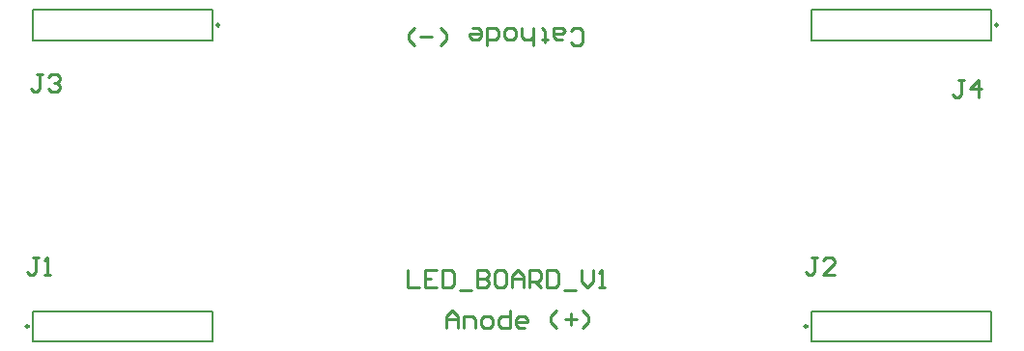
<source format=gto>
G04*
G04 #@! TF.GenerationSoftware,Altium Limited,Altium Designer,24.0.1 (36)*
G04*
G04 Layer_Color=65535*
%FSLAX44Y44*%
%MOMM*%
G71*
G04*
G04 #@! TF.SameCoordinates,FE54D643-1383-4C3F-89A0-025996B94EA8*
G04*
G04*
G04 #@! TF.FilePolarity,Positive*
G04*
G01*
G75*
%ADD10C,0.2500*%
%ADD11C,0.2000*%
%ADD12C,0.2540*%
D10*
X291050Y277300D02*
G03*
X291050Y277300I-1250J0D01*
G01*
X973450D02*
G03*
X973450Y277300I-1250J0D01*
G01*
X806250Y12700D02*
G03*
X806250Y12700I-1250J0D01*
G01*
X123850D02*
G03*
X123850Y12700I-1250J0D01*
G01*
D11*
X284950Y263950D02*
Y290650D01*
X127450D02*
X284950D01*
X127450Y263950D02*
Y290650D01*
Y263950D02*
X284950D01*
X967350D02*
Y290650D01*
X809850D02*
X967350D01*
X809850Y263950D02*
Y290650D01*
Y263950D02*
X967350D01*
X809850Y-650D02*
Y26050D01*
Y-650D02*
X967350D01*
Y26050D01*
X809850D02*
X967350D01*
X127450Y-650D02*
Y26050D01*
Y-650D02*
X284950D01*
Y26050D01*
X127450D02*
X284950D01*
D12*
X490220Y11430D02*
Y21587D01*
X495298Y26665D01*
X500377Y21587D01*
Y11430D01*
Y19047D01*
X490220D01*
X505455Y11430D02*
Y21587D01*
X513073D01*
X515612Y19047D01*
Y11430D01*
X523229D02*
X528308D01*
X530847Y13969D01*
Y19047D01*
X528308Y21587D01*
X523229D01*
X520690Y19047D01*
Y13969D01*
X523229Y11430D01*
X546082Y26665D02*
Y11430D01*
X538464D01*
X535925Y13969D01*
Y19047D01*
X538464Y21587D01*
X546082D01*
X558778Y11430D02*
X553699D01*
X551160Y13969D01*
Y19047D01*
X553699Y21587D01*
X558778D01*
X561317Y19047D01*
Y16508D01*
X551160D01*
X586709Y11430D02*
X581630Y16508D01*
Y21587D01*
X586709Y26665D01*
X594326Y19047D02*
X604483D01*
X599405Y24126D02*
Y13969D01*
X609561Y11430D02*
X614640Y16508D01*
Y21587D01*
X609561Y26665D01*
X599443Y261624D02*
X601982Y259085D01*
X607061D01*
X609600Y261624D01*
Y271781D01*
X607061Y274320D01*
X601982D01*
X599443Y271781D01*
X591826Y264163D02*
X586747D01*
X584208Y266702D01*
Y274320D01*
X591826D01*
X594365Y271781D01*
X591826Y269242D01*
X584208D01*
X576591Y261624D02*
Y264163D01*
X579130D01*
X574052D01*
X576591D01*
Y271781D01*
X574052Y274320D01*
X566434Y259085D02*
Y274320D01*
Y266702D01*
X563895Y264163D01*
X558816D01*
X556277Y266702D01*
Y274320D01*
X548660D02*
X543581D01*
X541042Y271781D01*
Y266702D01*
X543581Y264163D01*
X548660D01*
X551199Y266702D01*
Y271781D01*
X548660Y274320D01*
X525807Y259085D02*
Y274320D01*
X533425D01*
X535964Y271781D01*
Y266702D01*
X533425Y264163D01*
X525807D01*
X513111Y274320D02*
X518190D01*
X520729Y271781D01*
Y266702D01*
X518190Y264163D01*
X513111D01*
X510572Y266702D01*
Y269242D01*
X520729D01*
X485180Y274320D02*
X490259Y269242D01*
Y264163D01*
X485180Y259085D01*
X477563Y266702D02*
X467406D01*
X462328Y274320D02*
X457249Y269242D01*
Y264163D01*
X462328Y259085D01*
X455930Y62224D02*
Y46989D01*
X466087D01*
X481322Y62224D02*
X471165D01*
Y46989D01*
X481322D01*
X471165Y54607D02*
X476243D01*
X486400Y62224D02*
Y46989D01*
X494018D01*
X496557Y49528D01*
Y59685D01*
X494018Y62224D01*
X486400D01*
X501635Y44450D02*
X511792D01*
X516870Y62224D02*
Y46989D01*
X524488D01*
X527027Y49528D01*
Y52067D01*
X524488Y54607D01*
X516870D01*
X524488D01*
X527027Y57146D01*
Y59685D01*
X524488Y62224D01*
X516870D01*
X539723D02*
X534645D01*
X532105Y59685D01*
Y49528D01*
X534645Y46989D01*
X539723D01*
X542262Y49528D01*
Y59685D01*
X539723Y62224D01*
X547340Y46989D02*
Y57146D01*
X552419Y62224D01*
X557497Y57146D01*
Y46989D01*
Y54607D01*
X547340D01*
X562575Y46989D02*
Y62224D01*
X570193D01*
X572732Y59685D01*
Y54607D01*
X570193Y52067D01*
X562575D01*
X567654D02*
X572732Y46989D01*
X577811Y62224D02*
Y46989D01*
X585428D01*
X587967Y49528D01*
Y59685D01*
X585428Y62224D01*
X577811D01*
X593046Y44450D02*
X603202D01*
X608281Y62224D02*
Y52067D01*
X613359Y46989D01*
X618437Y52067D01*
Y62224D01*
X623516Y46989D02*
X628594D01*
X626055D01*
Y62224D01*
X623516Y59685D01*
X943611Y228598D02*
X938532D01*
X941072D01*
Y215902D01*
X938532Y213363D01*
X935993D01*
X933454Y215902D01*
X956307Y213363D02*
Y228598D01*
X948689Y220980D01*
X958846D01*
X135891Y233678D02*
X130813D01*
X133352D01*
Y220982D01*
X130813Y218442D01*
X128273D01*
X125734Y220982D01*
X140969Y231138D02*
X143508Y233678D01*
X148587D01*
X151126Y231138D01*
Y228599D01*
X148587Y226060D01*
X146047D01*
X148587D01*
X151126Y223521D01*
Y220982D01*
X148587Y218442D01*
X143508D01*
X140969Y220982D01*
X815191Y73401D02*
X810112D01*
X812652D01*
Y60705D01*
X810112Y58166D01*
X807573D01*
X805034Y60705D01*
X830426Y58166D02*
X820269D01*
X830426Y68323D01*
Y70862D01*
X827887Y73401D01*
X822808D01*
X820269Y70862D01*
X132791Y73361D02*
X127712D01*
X130252D01*
Y60665D01*
X127712Y58126D01*
X125173D01*
X122634Y60665D01*
X137869Y58126D02*
X142947D01*
X140408D01*
Y73361D01*
X137869Y70822D01*
M02*

</source>
